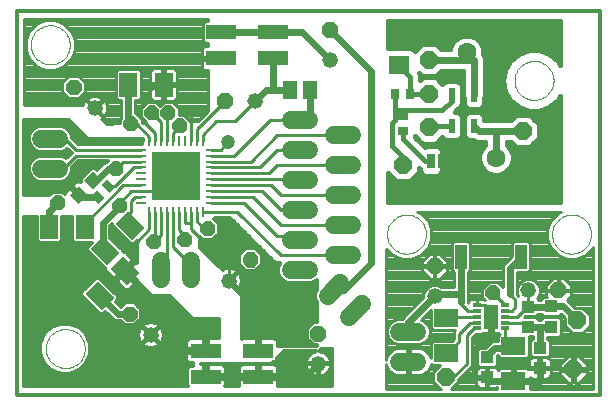
<source format=gtl>
G75*
%MOIN*%
%OFA0B0*%
%FSLAX24Y24*%
%IPPOS*%
%LPD*%
%AMOC8*
5,1,8,0,0,1.08239X$1,22.5*
%
%ADD10C,0.0125*%
%ADD11R,0.0512X0.0591*%
%ADD12R,0.0591X0.0787*%
%ADD13R,0.0276X0.0354*%
%ADD14R,0.0413X0.0425*%
%ADD15R,0.0330X0.0110*%
%ADD16R,0.0110X0.0330*%
%ADD17R,0.1630X0.1630*%
%ADD18R,0.0984X0.0512*%
%ADD19C,0.0104*%
%ADD20C,0.0520*%
%ADD21OC8,0.0520*%
%ADD22C,0.0472*%
%ADD23C,0.0600*%
%ADD24C,0.0000*%
%ADD25R,0.0217X0.0472*%
%ADD26OC8,0.0630*%
%ADD27C,0.0630*%
%ADD28C,0.0126*%
%ADD29OC8,0.0600*%
%ADD30R,0.0354X0.0276*%
%ADD31R,0.0709X0.0630*%
%ADD32R,0.0250X0.0500*%
%ADD33R,0.0280X0.0120*%
%ADD34R,0.0470X0.0790*%
%ADD35R,0.0787X0.0591*%
%ADD36R,0.0433X0.0394*%
%ADD37R,0.0394X0.0787*%
%ADD38R,0.0425X0.0413*%
%ADD39C,0.0110*%
%ADD40C,0.0240*%
%ADD41OC8,0.0500*%
%ADD42R,0.0500X0.0500*%
%ADD43C,0.0160*%
D10*
X000653Y001298D02*
X000653Y014098D01*
X020088Y014098D01*
X020088Y001298D01*
X000653Y001298D01*
X000903Y001598D02*
X000903Y007248D01*
X001332Y007248D01*
X001332Y006466D01*
X001404Y006394D01*
X002096Y006394D01*
X002168Y006466D01*
X002168Y007248D01*
X002513Y007248D01*
X002513Y006466D01*
X002585Y006394D01*
X003157Y006394D01*
X003001Y006238D01*
X000903Y006238D01*
X000903Y006361D02*
X003124Y006361D01*
X003001Y006238D02*
X003001Y006137D01*
X003608Y005529D01*
X003608Y005501D01*
X003619Y005460D01*
X003641Y005423D01*
X003890Y005174D01*
X004170Y005453D01*
X004258Y005365D01*
X004346Y005453D01*
X004653Y005147D01*
X004653Y005098D01*
X005153Y004598D01*
X005778Y004598D01*
X006528Y003848D01*
X007403Y003848D01*
X007403Y003199D01*
X007028Y003199D01*
X007028Y003048D01*
X006903Y003048D01*
X006903Y003199D01*
X006452Y003199D01*
X006411Y003188D01*
X006373Y003167D01*
X006343Y003137D01*
X006322Y003100D01*
X006311Y003058D01*
X006311Y002844D01*
X006549Y002844D01*
X006547Y002719D01*
X006311Y002719D01*
X006311Y002504D01*
X006322Y002462D01*
X006343Y002425D01*
X006373Y002395D01*
X006411Y002374D01*
X006452Y002363D01*
X006541Y002363D01*
X006540Y002293D01*
X006423Y002293D01*
X006351Y002222D01*
X006351Y001608D01*
X006361Y001598D01*
X000903Y001598D01*
X000903Y001668D02*
X006351Y001668D01*
X006351Y001792D02*
X000903Y001792D01*
X000903Y001915D02*
X006351Y001915D01*
X006351Y002039D02*
X002470Y002039D01*
X002443Y002028D02*
X002749Y002155D01*
X002749Y002155D01*
X002984Y002389D01*
X003110Y002695D01*
X003110Y003026D01*
X002984Y003332D01*
X002749Y003566D01*
X002443Y003693D01*
X002112Y003693D01*
X001806Y003566D01*
X001572Y003332D01*
X001445Y003026D01*
X001445Y002695D01*
X001572Y002389D01*
X001572Y002389D01*
X001806Y002155D01*
X002112Y002028D01*
X002320Y002028D01*
X002443Y002028D01*
X002443Y002028D01*
X002757Y002162D02*
X006351Y002162D01*
X006415Y002286D02*
X002881Y002286D01*
X002984Y002389D02*
X002984Y002389D01*
X002992Y002409D02*
X006359Y002409D01*
X006311Y002533D02*
X003043Y002533D01*
X003094Y002656D02*
X006311Y002656D01*
X006548Y002780D02*
X003110Y002780D01*
X003110Y002903D02*
X005006Y002903D01*
X005033Y002895D02*
X005098Y002884D01*
X005165Y002884D01*
X005230Y002895D01*
X005294Y002915D01*
X005353Y002946D01*
X005407Y002985D01*
X005418Y002996D01*
X005131Y003282D01*
X004845Y002996D01*
X004856Y002985D01*
X004910Y002946D01*
X004969Y002915D01*
X005033Y002895D01*
X004876Y003027D02*
X004827Y003027D01*
X004820Y003021D02*
X005107Y003307D01*
X004820Y003593D01*
X004809Y003582D01*
X004770Y003528D01*
X004740Y003469D01*
X004719Y003406D01*
X004709Y003340D01*
X004709Y003274D01*
X003008Y003274D01*
X002984Y003332D02*
X002984Y003332D01*
X002918Y003397D02*
X004718Y003397D01*
X004709Y003274D02*
X004719Y003208D01*
X004740Y003145D01*
X004770Y003085D01*
X004809Y003032D01*
X004820Y003021D01*
X004814Y003027D02*
X003110Y003027D01*
X003059Y003150D02*
X004738Y003150D01*
X004950Y003150D02*
X005000Y003150D01*
X005074Y003274D02*
X005123Y003274D01*
X005131Y003282D02*
X005107Y003307D01*
X005131Y003332D01*
X004845Y003618D01*
X004856Y003629D01*
X004910Y003668D01*
X004969Y003698D01*
X005033Y003719D01*
X005098Y003729D01*
X005165Y003729D01*
X005230Y003719D01*
X005294Y003698D01*
X005353Y003668D01*
X005407Y003629D01*
X005418Y003618D01*
X005131Y003332D01*
X005156Y003307D01*
X005443Y003593D01*
X005454Y003582D01*
X005493Y003528D01*
X005523Y003469D01*
X005544Y003406D01*
X005554Y003340D01*
X005554Y003274D01*
X007403Y003274D01*
X007403Y003397D02*
X005545Y003397D01*
X005554Y003274D02*
X005544Y003208D01*
X005523Y003145D01*
X005493Y003085D01*
X005454Y003032D01*
X005443Y003021D01*
X005156Y003307D01*
X005131Y003282D01*
X005140Y003274D02*
X005189Y003274D01*
X005197Y003397D02*
X005247Y003397D01*
X005321Y003521D02*
X005370Y003521D01*
X005386Y003644D02*
X007403Y003644D01*
X007403Y003521D02*
X005497Y003521D01*
X005066Y003397D02*
X005016Y003397D01*
X004942Y003521D02*
X004893Y003521D01*
X004877Y003644D02*
X004596Y003644D01*
X004583Y003632D02*
X004807Y003856D01*
X004807Y004172D01*
X004583Y004397D01*
X004266Y004397D01*
X004127Y004257D01*
X003959Y004424D01*
X004032Y004498D01*
X004032Y004599D01*
X003404Y005228D01*
X003302Y005228D01*
X002813Y004738D01*
X002813Y004637D01*
X003442Y004008D01*
X003543Y004008D01*
X003616Y004081D01*
X003821Y003877D01*
X003889Y003808D01*
X003978Y003772D01*
X004126Y003772D01*
X004266Y003632D01*
X004583Y003632D01*
X004719Y003768D02*
X007403Y003768D01*
X008153Y003768D02*
X010653Y003768D01*
X010653Y003730D02*
X010557Y003730D01*
X010333Y003506D01*
X010333Y003190D01*
X010557Y002965D01*
X010653Y002965D01*
X010653Y002948D01*
X009370Y002948D01*
X009370Y003058D01*
X009359Y003100D01*
X009338Y003137D01*
X009307Y003167D01*
X009270Y003188D01*
X009229Y003199D01*
X008778Y003199D01*
X008778Y002948D01*
X008653Y002948D01*
X008653Y003199D01*
X008202Y003199D01*
X008161Y003188D01*
X008153Y003184D01*
X008153Y004848D01*
X008100Y004901D01*
X008128Y004957D01*
X008149Y005020D01*
X008159Y005086D01*
X008159Y005153D01*
X008149Y005218D01*
X008128Y005282D01*
X008098Y005341D01*
X008059Y005395D01*
X008048Y005406D01*
X007822Y005179D01*
X007797Y005204D01*
X008023Y005431D01*
X008012Y005442D01*
X007958Y005481D01*
X007899Y005511D01*
X007836Y005531D01*
X007770Y005542D01*
X007704Y005542D01*
X007638Y005531D01*
X007575Y005511D01*
X007519Y005482D01*
X006778Y006223D01*
X006778Y006571D01*
X006874Y006475D01*
X007182Y006475D01*
X007400Y006694D01*
X007400Y007002D01*
X007229Y007174D01*
X007278Y007223D01*
X007778Y007223D01*
X009278Y005723D01*
X009443Y005723D01*
X009432Y005712D01*
X009368Y005557D01*
X009368Y005389D01*
X009432Y005234D01*
X009551Y005115D01*
X009706Y005050D01*
X010474Y005050D01*
X010630Y005115D01*
X010653Y005138D01*
X010653Y004821D01*
X010602Y004698D01*
X010602Y004530D01*
X010653Y004408D01*
X010653Y003730D01*
X010653Y003891D02*
X008153Y003891D01*
X008153Y004015D02*
X010653Y004015D01*
X010653Y004138D02*
X008153Y004138D01*
X008153Y004262D02*
X010653Y004262D01*
X010653Y004385D02*
X008153Y004385D01*
X008153Y004509D02*
X010611Y004509D01*
X010602Y004632D02*
X008153Y004632D01*
X008153Y004756D02*
X010626Y004756D01*
X010653Y004879D02*
X008121Y004879D01*
X008143Y005003D02*
X010653Y005003D01*
X010641Y005126D02*
X010653Y005126D01*
X009539Y005126D02*
X008159Y005126D01*
X008139Y005250D02*
X009425Y005250D01*
X009374Y005373D02*
X008074Y005373D01*
X008016Y005373D02*
X007966Y005373D01*
X007926Y005497D02*
X008233Y005497D01*
X008286Y005444D02*
X008602Y005444D01*
X008826Y005668D01*
X008826Y005985D01*
X008602Y006209D01*
X008286Y006209D01*
X008061Y005985D01*
X008061Y005668D01*
X008286Y005444D01*
X008109Y005620D02*
X007380Y005620D01*
X007504Y005497D02*
X007547Y005497D01*
X007843Y005250D02*
X007892Y005250D01*
X008061Y005744D02*
X007257Y005744D01*
X007133Y005867D02*
X008061Y005867D01*
X008067Y005991D02*
X007010Y005991D01*
X006886Y006114D02*
X008191Y006114D01*
X008516Y006485D02*
X007192Y006485D01*
X007315Y006608D02*
X008392Y006608D01*
X008269Y006732D02*
X007400Y006732D01*
X007400Y006855D02*
X008145Y006855D01*
X008022Y006979D02*
X007400Y006979D01*
X007300Y007102D02*
X007898Y007102D01*
X008639Y006361D02*
X006778Y006361D01*
X006778Y006238D02*
X008763Y006238D01*
X008697Y006114D02*
X008886Y006114D01*
X008820Y005991D02*
X009010Y005991D01*
X009133Y005867D02*
X008826Y005867D01*
X008826Y005744D02*
X009257Y005744D01*
X009394Y005620D02*
X008779Y005620D01*
X008655Y005497D02*
X009368Y005497D01*
X010471Y003644D02*
X008153Y003644D01*
X008153Y003521D02*
X010347Y003521D01*
X010333Y003397D02*
X008153Y003397D01*
X008153Y003274D02*
X010333Y003274D01*
X010372Y003150D02*
X009324Y003150D01*
X009370Y003027D02*
X010495Y003027D01*
X010616Y002760D02*
X010553Y002739D01*
X010494Y002709D01*
X010440Y002670D01*
X010393Y002623D01*
X010354Y002569D01*
X010324Y002510D01*
X010303Y002447D01*
X010293Y002381D01*
X010293Y002365D01*
X010698Y002365D01*
X010698Y002330D01*
X010733Y002330D01*
X010733Y001925D01*
X010749Y001925D01*
X010814Y001936D01*
X010878Y001956D01*
X010937Y001987D01*
X010991Y002026D01*
X011038Y002073D01*
X011077Y002127D01*
X011107Y002186D01*
X011127Y002249D01*
X011138Y002315D01*
X011138Y002330D01*
X010733Y002330D01*
X010733Y002365D01*
X011138Y002365D01*
X011138Y002381D01*
X011127Y002447D01*
X011107Y002510D01*
X011077Y002569D01*
X011038Y002623D01*
X010991Y002670D01*
X010937Y002709D01*
X010878Y002739D01*
X010814Y002760D01*
X010749Y002770D01*
X010737Y002770D01*
X010815Y002848D01*
X011153Y002848D01*
X011153Y001598D01*
X009359Y001598D01*
X009370Y001638D01*
X009370Y001852D01*
X008778Y001852D01*
X008778Y001977D01*
X009370Y001977D01*
X009370Y002192D01*
X009359Y002234D01*
X009338Y002271D01*
X009307Y002301D01*
X009270Y002322D01*
X009229Y002333D01*
X008778Y002333D01*
X008778Y001977D01*
X008653Y001977D01*
X008653Y001852D01*
X008061Y001852D01*
X008061Y001638D01*
X008071Y001598D01*
X007609Y001598D01*
X007620Y001638D01*
X007620Y001852D01*
X007028Y001852D01*
X007028Y001977D01*
X007620Y001977D01*
X007620Y002192D01*
X007609Y002234D01*
X007588Y002271D01*
X007557Y002301D01*
X007520Y002322D01*
X007479Y002333D01*
X007028Y002333D01*
X007028Y001977D01*
X006903Y001977D01*
X006903Y002333D01*
X006803Y002333D01*
X006803Y002348D01*
X009153Y002348D01*
X009208Y002403D01*
X009258Y002403D01*
X009330Y002474D01*
X009330Y002525D01*
X009568Y002763D01*
X010635Y002763D01*
X010616Y002760D01*
X010747Y002780D02*
X011153Y002780D01*
X011153Y002656D02*
X011004Y002656D01*
X011095Y002533D02*
X011153Y002533D01*
X011153Y002409D02*
X011133Y002409D01*
X011133Y002286D02*
X011153Y002286D01*
X011153Y002162D02*
X011095Y002162D01*
X011153Y002039D02*
X011004Y002039D01*
X011153Y001915D02*
X008778Y001915D01*
X008778Y002039D02*
X008653Y002039D01*
X008653Y001977D02*
X008653Y002333D01*
X008202Y002333D01*
X008161Y002322D01*
X008123Y002301D01*
X008093Y002271D01*
X008072Y002234D01*
X008061Y002192D01*
X008061Y001977D01*
X008653Y001977D01*
X008653Y001915D02*
X007028Y001915D01*
X007028Y002039D02*
X006903Y002039D01*
X006903Y002162D02*
X007028Y002162D01*
X007028Y002286D02*
X006903Y002286D01*
X007572Y002286D02*
X008109Y002286D01*
X008061Y002162D02*
X007620Y002162D01*
X007620Y002039D02*
X008061Y002039D01*
X008061Y001792D02*
X007620Y001792D01*
X007620Y001668D02*
X008061Y001668D01*
X008653Y002162D02*
X008778Y002162D01*
X008778Y002286D02*
X008653Y002286D01*
X009265Y002409D02*
X010297Y002409D01*
X010293Y002330D02*
X010293Y002315D01*
X010303Y002249D01*
X010324Y002186D01*
X010354Y002127D01*
X010393Y002073D01*
X010440Y002026D01*
X010494Y001987D01*
X010553Y001956D01*
X010616Y001936D01*
X010682Y001925D01*
X010698Y001925D01*
X010698Y002330D01*
X010293Y002330D01*
X010297Y002286D02*
X009322Y002286D01*
X009370Y002162D02*
X010336Y002162D01*
X010427Y002039D02*
X009370Y002039D01*
X009370Y001792D02*
X011153Y001792D01*
X011153Y001668D02*
X009370Y001668D01*
X009338Y002533D02*
X010335Y002533D01*
X010426Y002656D02*
X009461Y002656D01*
X008778Y003027D02*
X008653Y003027D01*
X008653Y003150D02*
X008778Y003150D01*
X007028Y003150D02*
X006903Y003150D01*
X006357Y003150D02*
X005525Y003150D01*
X005449Y003027D02*
X006311Y003027D01*
X006311Y002903D02*
X005257Y002903D01*
X005387Y003027D02*
X005436Y003027D01*
X005313Y003150D02*
X005263Y003150D01*
X004766Y003521D02*
X002795Y003521D01*
X002749Y003566D02*
X002749Y003566D01*
X002561Y003644D02*
X004253Y003644D01*
X004129Y003768D02*
X000903Y003768D01*
X000903Y003891D02*
X003806Y003891D01*
X003683Y004015D02*
X003550Y004015D01*
X003435Y004015D02*
X000903Y004015D01*
X000903Y004138D02*
X003311Y004138D01*
X003188Y004262D02*
X000903Y004262D01*
X000903Y004385D02*
X003064Y004385D01*
X002941Y004509D02*
X000903Y004509D01*
X000903Y004632D02*
X002817Y004632D01*
X002831Y004756D02*
X000903Y004756D01*
X000903Y004879D02*
X002954Y004879D01*
X003078Y005003D02*
X000903Y005003D01*
X000903Y005126D02*
X003201Y005126D01*
X003505Y005126D02*
X004020Y005126D01*
X003978Y005085D02*
X004228Y004836D01*
X004265Y004814D01*
X004306Y004803D01*
X004349Y004803D01*
X004390Y004814D01*
X004427Y004836D01*
X004607Y005016D01*
X004258Y005365D01*
X003978Y005085D01*
X004061Y005003D02*
X003629Y005003D01*
X003752Y004879D02*
X004184Y004879D01*
X004471Y004879D02*
X004871Y004879D01*
X004995Y004756D02*
X003876Y004756D01*
X003999Y004632D02*
X005118Y004632D01*
X004748Y005003D02*
X004594Y005003D01*
X004653Y005126D02*
X004496Y005126D01*
X004549Y005250D02*
X004373Y005250D01*
X004426Y005373D02*
X004267Y005373D01*
X004249Y005373D02*
X004090Y005373D01*
X004143Y005250D02*
X003967Y005250D01*
X003814Y005250D02*
X000903Y005250D01*
X000903Y005373D02*
X003690Y005373D01*
X003609Y005497D02*
X000903Y005497D01*
X000903Y005620D02*
X003517Y005620D01*
X003393Y005744D02*
X000903Y005744D01*
X000903Y005867D02*
X003270Y005867D01*
X003146Y005991D02*
X000903Y005991D01*
X000903Y006114D02*
X003023Y006114D01*
X002513Y006485D02*
X002168Y006485D01*
X002168Y006608D02*
X002513Y006608D01*
X002513Y006732D02*
X002168Y006732D01*
X002168Y006855D02*
X002513Y006855D01*
X002513Y006979D02*
X002168Y006979D01*
X002168Y007102D02*
X002513Y007102D01*
X002513Y007226D02*
X002168Y007226D01*
X001332Y007226D02*
X000903Y007226D01*
X000903Y007102D02*
X001332Y007102D01*
X001332Y006979D02*
X000903Y006979D01*
X000903Y006855D02*
X001332Y006855D01*
X001332Y006732D02*
X000903Y006732D01*
X000903Y006608D02*
X001332Y006608D01*
X001332Y006485D02*
X000903Y006485D01*
X000903Y007973D02*
X000903Y010473D01*
X002403Y010473D01*
X003028Y009848D01*
X004853Y009848D01*
X004850Y009665D01*
X002711Y009665D01*
X002500Y009876D01*
X002500Y009932D01*
X002436Y010087D01*
X002317Y010206D01*
X002162Y010270D01*
X001394Y010270D01*
X001239Y010206D01*
X001120Y010087D01*
X001055Y009932D01*
X001055Y009764D01*
X001120Y009609D01*
X001239Y009490D01*
X001394Y009425D01*
X002162Y009425D01*
X002317Y009490D01*
X002351Y009524D01*
X002487Y009388D01*
X002309Y009210D01*
X002162Y009270D01*
X001394Y009270D01*
X001239Y009206D01*
X001120Y009087D01*
X001055Y008932D01*
X001055Y008764D01*
X001120Y008609D01*
X001239Y008490D01*
X001394Y008425D01*
X002162Y008425D01*
X002317Y008490D01*
X002436Y008609D01*
X002500Y008764D01*
X002500Y008899D01*
X002711Y009110D01*
X003701Y009110D01*
X003681Y009090D01*
X003667Y009090D01*
X003578Y009054D01*
X003333Y008808D01*
X003256Y008886D01*
X003154Y008886D01*
X002790Y008521D01*
X002790Y008422D01*
X002780Y008427D01*
X002739Y008438D01*
X002696Y008438D01*
X002655Y008427D01*
X002618Y008406D01*
X002485Y008273D01*
X002722Y008037D01*
X002664Y007979D01*
X002428Y008216D01*
X002295Y008083D01*
X002274Y008046D01*
X002265Y008013D01*
X002182Y008095D01*
X001874Y008095D01*
X001751Y007973D01*
X000903Y007973D01*
X000903Y008090D02*
X001869Y008090D01*
X002187Y008090D02*
X002302Y008090D01*
X002426Y008214D02*
X000903Y008214D01*
X000903Y008337D02*
X002549Y008337D01*
X002545Y008214D02*
X002429Y008214D01*
X002553Y008090D02*
X002668Y008090D01*
X002790Y008461D02*
X002248Y008461D01*
X002412Y008584D02*
X002853Y008584D01*
X002977Y008708D02*
X002477Y008708D01*
X002500Y008831D02*
X003100Y008831D01*
X003310Y008831D02*
X003356Y008831D01*
X003479Y008955D02*
X002556Y008955D01*
X002679Y009078D02*
X003638Y009078D01*
X002681Y009696D02*
X004850Y009696D01*
X004852Y009819D02*
X002557Y009819D01*
X002496Y009943D02*
X002933Y009943D01*
X002809Y010066D02*
X002445Y010066D01*
X002333Y010190D02*
X002686Y010190D01*
X002562Y010313D02*
X000903Y010313D01*
X000903Y010190D02*
X001222Y010190D01*
X001111Y010066D02*
X000903Y010066D01*
X000903Y009943D02*
X001060Y009943D01*
X001055Y009819D02*
X000903Y009819D01*
X000903Y009696D02*
X001084Y009696D01*
X001156Y009572D02*
X000903Y009572D01*
X000903Y009449D02*
X001337Y009449D01*
X001234Y009202D02*
X000903Y009202D01*
X000903Y009325D02*
X002424Y009325D01*
X002426Y009449D02*
X002219Y009449D01*
X001116Y009078D02*
X000903Y009078D01*
X000903Y008955D02*
X001065Y008955D01*
X001055Y008831D02*
X000903Y008831D01*
X000903Y008708D02*
X001079Y008708D01*
X001144Y008584D02*
X000903Y008584D01*
X000903Y008461D02*
X001308Y008461D01*
X003770Y006935D02*
X003836Y007000D01*
X003836Y006972D01*
X004464Y006343D01*
X004566Y006343D01*
X004653Y006430D01*
X004653Y005706D01*
X004626Y005733D01*
X004346Y005453D01*
X004258Y005541D01*
X004537Y005821D01*
X004288Y006070D01*
X004251Y006092D01*
X004219Y006100D01*
X003770Y006549D01*
X003770Y006935D01*
X003814Y006979D02*
X003836Y006979D01*
X003770Y006855D02*
X003952Y006855D01*
X004076Y006732D02*
X003770Y006732D01*
X003770Y006608D02*
X004199Y006608D01*
X004323Y006485D02*
X003834Y006485D01*
X003958Y006361D02*
X004446Y006361D01*
X004584Y006361D02*
X004653Y006361D01*
X004653Y006238D02*
X004081Y006238D01*
X004205Y006114D02*
X004653Y006114D01*
X004653Y005991D02*
X004367Y005991D01*
X004491Y005867D02*
X004653Y005867D01*
X004653Y005744D02*
X004461Y005744D01*
X004514Y005620D02*
X004337Y005620D01*
X004302Y005497D02*
X004390Y005497D01*
X004032Y004509D02*
X005867Y004509D01*
X005990Y004385D02*
X004594Y004385D01*
X004717Y004262D02*
X006114Y004262D01*
X006237Y004138D02*
X004807Y004138D01*
X004807Y004015D02*
X006361Y004015D01*
X006484Y003891D02*
X004807Y003891D01*
X004255Y004385D02*
X003998Y004385D01*
X004122Y004262D02*
X004131Y004262D01*
X001995Y003644D02*
X000903Y003644D01*
X000903Y003521D02*
X001761Y003521D01*
X001806Y003566D02*
X001806Y003566D01*
X001638Y003397D02*
X000903Y003397D01*
X000903Y003274D02*
X001548Y003274D01*
X001572Y003332D02*
X001572Y003332D01*
X001497Y003150D02*
X000903Y003150D01*
X000903Y003027D02*
X001446Y003027D01*
X001445Y002903D02*
X000903Y002903D01*
X000903Y002780D02*
X001445Y002780D01*
X001461Y002656D02*
X000903Y002656D01*
X000903Y002533D02*
X001512Y002533D01*
X001564Y002409D02*
X000903Y002409D01*
X000903Y002286D02*
X001675Y002286D01*
X001799Y002162D02*
X000903Y002162D01*
X000903Y002039D02*
X002086Y002039D01*
X001806Y002155D02*
X001806Y002155D01*
X006778Y006485D02*
X006864Y006485D01*
X002439Y010437D02*
X000903Y010437D01*
X010698Y002286D02*
X010733Y002286D01*
X010733Y002162D02*
X010698Y002162D01*
X010698Y002039D02*
X010733Y002039D01*
D11*
X010425Y011473D03*
X009756Y011473D03*
D12*
X005556Y011660D03*
X004375Y011660D03*
G36*
X003959Y007022D02*
X004376Y007439D01*
X004931Y006884D01*
X004514Y006467D01*
X003959Y007022D01*
G37*
X002931Y006910D03*
G36*
X003124Y006187D02*
X003541Y006604D01*
X004096Y006049D01*
X003679Y005632D01*
X003124Y006187D01*
G37*
G36*
X003772Y005522D02*
X004189Y005939D01*
X004744Y005384D01*
X004327Y004967D01*
X003772Y005522D01*
G37*
G36*
X002937Y004687D02*
X003354Y005104D01*
X003909Y004549D01*
X003492Y004132D01*
X002937Y004687D01*
G37*
X001750Y006910D03*
D13*
G36*
X003569Y007890D02*
X003374Y007695D01*
X003125Y007944D01*
X003320Y008139D01*
X003569Y007890D01*
G37*
G36*
X003931Y008252D02*
X003736Y008057D01*
X003487Y008306D01*
X003682Y008501D01*
X003931Y008252D01*
G37*
X013272Y011360D03*
X013784Y011360D03*
D14*
G36*
X003504Y008463D02*
X003213Y008172D01*
X002914Y008471D01*
X003205Y008762D01*
X003504Y008463D01*
G37*
G36*
X003017Y007975D02*
X002726Y007684D01*
X002427Y007983D01*
X002718Y008274D01*
X003017Y007975D01*
G37*
D15*
X004795Y007908D03*
X004795Y007708D03*
X004795Y008108D03*
X004795Y008298D03*
X004795Y008498D03*
X004795Y008698D03*
X004795Y008898D03*
X004795Y009088D03*
X004795Y009288D03*
X004795Y009488D03*
X007135Y009488D03*
X007135Y009288D03*
X007135Y009088D03*
X007135Y008898D03*
X007135Y008698D03*
X007135Y008498D03*
X007135Y008298D03*
X007135Y008108D03*
X007135Y007908D03*
X007135Y007708D03*
D16*
X006855Y007428D03*
X006655Y007428D03*
X006455Y007428D03*
X006265Y007428D03*
X006065Y007428D03*
X005865Y007428D03*
X005665Y007428D03*
X005475Y007428D03*
X005275Y007428D03*
X005075Y007428D03*
X005075Y009768D03*
X005275Y009768D03*
X005475Y009768D03*
X005665Y009768D03*
X005865Y009768D03*
X006065Y009768D03*
X006265Y009768D03*
X006455Y009768D03*
X006655Y009768D03*
X006855Y009768D03*
D17*
X005965Y008598D03*
D18*
X007465Y012540D03*
X007465Y013406D03*
X009215Y013406D03*
X009215Y012540D03*
X008715Y002781D03*
X008715Y001915D03*
X006965Y001915D03*
X006965Y002781D03*
D19*
X004390Y004169D02*
X004338Y004221D01*
X004510Y004221D01*
X004631Y004100D01*
X004631Y003928D01*
X004510Y003807D01*
X004338Y003807D01*
X004217Y003928D01*
X004217Y004100D01*
X004338Y004221D01*
X004370Y004143D01*
X004478Y004143D01*
X004553Y004068D01*
X004553Y003960D01*
X004478Y003885D01*
X004370Y003885D01*
X004295Y003960D01*
X004295Y004068D01*
X004370Y004143D01*
X004403Y004065D01*
X004445Y004065D01*
X004475Y004035D01*
X004475Y003993D01*
X004445Y003963D01*
X004403Y003963D01*
X004373Y003993D01*
X004373Y004035D01*
X004403Y004065D01*
X008599Y005861D02*
X008651Y005913D01*
X008651Y005741D01*
X008530Y005620D01*
X008358Y005620D01*
X008237Y005741D01*
X008237Y005913D01*
X008358Y006034D01*
X008530Y006034D01*
X008651Y005913D01*
X008573Y005881D01*
X008573Y005773D01*
X008498Y005698D01*
X008390Y005698D01*
X008315Y005773D01*
X008315Y005881D01*
X008390Y005956D01*
X008498Y005956D01*
X008573Y005881D01*
X008495Y005848D01*
X008495Y005806D01*
X008465Y005776D01*
X008423Y005776D01*
X008393Y005806D01*
X008393Y005848D01*
X008423Y005878D01*
X008465Y005878D01*
X008495Y005848D01*
X002515Y011732D02*
X002463Y011784D01*
X002635Y011784D01*
X002756Y011663D01*
X002756Y011491D01*
X002635Y011370D01*
X002463Y011370D01*
X002342Y011491D01*
X002342Y011663D01*
X002463Y011784D01*
X002495Y011706D01*
X002603Y011706D01*
X002678Y011631D01*
X002678Y011523D01*
X002603Y011448D01*
X002495Y011448D01*
X002420Y011523D01*
X002420Y011631D01*
X002495Y011706D01*
X002528Y011628D01*
X002570Y011628D01*
X002600Y011598D01*
X002600Y011556D01*
X002570Y011526D01*
X002528Y011526D01*
X002498Y011556D01*
X002498Y011598D01*
X002528Y011628D01*
D20*
X003256Y010869D03*
X008590Y011098D03*
X011090Y012473D03*
X007737Y005119D03*
X005131Y003307D03*
X010715Y002348D03*
X014590Y004610D03*
X017715Y004798D03*
D21*
X018715Y004798D03*
X014590Y005610D03*
X010715Y003348D03*
X007590Y011098D03*
X011090Y013473D03*
D22*
X007715Y009748D03*
D23*
X009790Y009473D02*
X010390Y009473D01*
X011240Y009973D02*
X011840Y009973D01*
X011840Y008973D02*
X011240Y008973D01*
X010390Y008473D02*
X009790Y008473D01*
X009790Y007473D02*
X010390Y007473D01*
X011240Y007973D02*
X011840Y007973D01*
X011840Y006973D02*
X011240Y006973D01*
X010390Y006473D02*
X009790Y006473D01*
X009790Y005473D02*
X010390Y005473D01*
X011240Y005973D02*
X011840Y005973D01*
X011449Y005039D02*
X011025Y004614D01*
X011732Y003907D02*
X012156Y004332D01*
X013415Y003423D02*
X014015Y003423D01*
X014015Y002423D02*
X013415Y002423D01*
X006465Y005173D02*
X006465Y005773D01*
X005465Y005773D02*
X005465Y005173D01*
X002078Y008848D02*
X001478Y008848D01*
X001478Y009848D02*
X002078Y009848D01*
X009790Y010473D02*
X010390Y010473D01*
D24*
X013003Y006673D02*
X013005Y006723D01*
X013011Y006773D01*
X013021Y006823D01*
X013034Y006871D01*
X013051Y006919D01*
X013072Y006965D01*
X013096Y007009D01*
X013124Y007051D01*
X013155Y007091D01*
X013189Y007128D01*
X013226Y007163D01*
X013265Y007194D01*
X013306Y007223D01*
X013350Y007248D01*
X013396Y007270D01*
X013443Y007288D01*
X013491Y007302D01*
X013540Y007313D01*
X013590Y007320D01*
X013640Y007323D01*
X013691Y007322D01*
X013741Y007317D01*
X013791Y007308D01*
X013839Y007296D01*
X013887Y007279D01*
X013933Y007259D01*
X013978Y007236D01*
X014021Y007209D01*
X014061Y007179D01*
X014099Y007146D01*
X014134Y007110D01*
X014167Y007071D01*
X014196Y007030D01*
X014222Y006987D01*
X014245Y006942D01*
X014264Y006895D01*
X014279Y006847D01*
X014291Y006798D01*
X014299Y006748D01*
X014303Y006698D01*
X014303Y006648D01*
X014299Y006598D01*
X014291Y006548D01*
X014279Y006499D01*
X014264Y006451D01*
X014245Y006404D01*
X014222Y006359D01*
X014196Y006316D01*
X014167Y006275D01*
X014134Y006236D01*
X014099Y006200D01*
X014061Y006167D01*
X014021Y006137D01*
X013978Y006110D01*
X013933Y006087D01*
X013887Y006067D01*
X013839Y006050D01*
X013791Y006038D01*
X013741Y006029D01*
X013691Y006024D01*
X013640Y006023D01*
X013590Y006026D01*
X013540Y006033D01*
X013491Y006044D01*
X013443Y006058D01*
X013396Y006076D01*
X013350Y006098D01*
X013306Y006123D01*
X013265Y006152D01*
X013226Y006183D01*
X013189Y006218D01*
X013155Y006255D01*
X013124Y006295D01*
X013096Y006337D01*
X013072Y006381D01*
X013051Y006427D01*
X013034Y006475D01*
X013021Y006523D01*
X013011Y006573D01*
X013005Y006623D01*
X013003Y006673D01*
X018503Y006673D02*
X018505Y006723D01*
X018511Y006773D01*
X018521Y006823D01*
X018534Y006871D01*
X018551Y006919D01*
X018572Y006965D01*
X018596Y007009D01*
X018624Y007051D01*
X018655Y007091D01*
X018689Y007128D01*
X018726Y007163D01*
X018765Y007194D01*
X018806Y007223D01*
X018850Y007248D01*
X018896Y007270D01*
X018943Y007288D01*
X018991Y007302D01*
X019040Y007313D01*
X019090Y007320D01*
X019140Y007323D01*
X019191Y007322D01*
X019241Y007317D01*
X019291Y007308D01*
X019339Y007296D01*
X019387Y007279D01*
X019433Y007259D01*
X019478Y007236D01*
X019521Y007209D01*
X019561Y007179D01*
X019599Y007146D01*
X019634Y007110D01*
X019667Y007071D01*
X019696Y007030D01*
X019722Y006987D01*
X019745Y006942D01*
X019764Y006895D01*
X019779Y006847D01*
X019791Y006798D01*
X019799Y006748D01*
X019803Y006698D01*
X019803Y006648D01*
X019799Y006598D01*
X019791Y006548D01*
X019779Y006499D01*
X019764Y006451D01*
X019745Y006404D01*
X019722Y006359D01*
X019696Y006316D01*
X019667Y006275D01*
X019634Y006236D01*
X019599Y006200D01*
X019561Y006167D01*
X019521Y006137D01*
X019478Y006110D01*
X019433Y006087D01*
X019387Y006067D01*
X019339Y006050D01*
X019291Y006038D01*
X019241Y006029D01*
X019191Y006024D01*
X019140Y006023D01*
X019090Y006026D01*
X019040Y006033D01*
X018991Y006044D01*
X018943Y006058D01*
X018896Y006076D01*
X018850Y006098D01*
X018806Y006123D01*
X018765Y006152D01*
X018726Y006183D01*
X018689Y006218D01*
X018655Y006255D01*
X018624Y006295D01*
X018596Y006337D01*
X018572Y006381D01*
X018551Y006427D01*
X018534Y006475D01*
X018521Y006523D01*
X018511Y006573D01*
X018505Y006623D01*
X018503Y006673D01*
X017253Y011798D02*
X017255Y011848D01*
X017261Y011898D01*
X017271Y011948D01*
X017284Y011996D01*
X017301Y012044D01*
X017322Y012090D01*
X017346Y012134D01*
X017374Y012176D01*
X017405Y012216D01*
X017439Y012253D01*
X017476Y012288D01*
X017515Y012319D01*
X017556Y012348D01*
X017600Y012373D01*
X017646Y012395D01*
X017693Y012413D01*
X017741Y012427D01*
X017790Y012438D01*
X017840Y012445D01*
X017890Y012448D01*
X017941Y012447D01*
X017991Y012442D01*
X018041Y012433D01*
X018089Y012421D01*
X018137Y012404D01*
X018183Y012384D01*
X018228Y012361D01*
X018271Y012334D01*
X018311Y012304D01*
X018349Y012271D01*
X018384Y012235D01*
X018417Y012196D01*
X018446Y012155D01*
X018472Y012112D01*
X018495Y012067D01*
X018514Y012020D01*
X018529Y011972D01*
X018541Y011923D01*
X018549Y011873D01*
X018553Y011823D01*
X018553Y011773D01*
X018549Y011723D01*
X018541Y011673D01*
X018529Y011624D01*
X018514Y011576D01*
X018495Y011529D01*
X018472Y011484D01*
X018446Y011441D01*
X018417Y011400D01*
X018384Y011361D01*
X018349Y011325D01*
X018311Y011292D01*
X018271Y011262D01*
X018228Y011235D01*
X018183Y011212D01*
X018137Y011192D01*
X018089Y011175D01*
X018041Y011163D01*
X017991Y011154D01*
X017941Y011149D01*
X017890Y011148D01*
X017840Y011151D01*
X017790Y011158D01*
X017741Y011169D01*
X017693Y011183D01*
X017646Y011201D01*
X017600Y011223D01*
X017556Y011248D01*
X017515Y011277D01*
X017476Y011308D01*
X017439Y011343D01*
X017405Y011380D01*
X017374Y011420D01*
X017346Y011462D01*
X017322Y011506D01*
X017301Y011552D01*
X017284Y011600D01*
X017271Y011648D01*
X017261Y011698D01*
X017255Y011748D01*
X017253Y011798D01*
X001628Y002860D02*
X001630Y002910D01*
X001636Y002960D01*
X001646Y003010D01*
X001659Y003058D01*
X001676Y003106D01*
X001697Y003152D01*
X001721Y003196D01*
X001749Y003238D01*
X001780Y003278D01*
X001814Y003315D01*
X001851Y003350D01*
X001890Y003381D01*
X001931Y003410D01*
X001975Y003435D01*
X002021Y003457D01*
X002068Y003475D01*
X002116Y003489D01*
X002165Y003500D01*
X002215Y003507D01*
X002265Y003510D01*
X002316Y003509D01*
X002366Y003504D01*
X002416Y003495D01*
X002464Y003483D01*
X002512Y003466D01*
X002558Y003446D01*
X002603Y003423D01*
X002646Y003396D01*
X002686Y003366D01*
X002724Y003333D01*
X002759Y003297D01*
X002792Y003258D01*
X002821Y003217D01*
X002847Y003174D01*
X002870Y003129D01*
X002889Y003082D01*
X002904Y003034D01*
X002916Y002985D01*
X002924Y002935D01*
X002928Y002885D01*
X002928Y002835D01*
X002924Y002785D01*
X002916Y002735D01*
X002904Y002686D01*
X002889Y002638D01*
X002870Y002591D01*
X002847Y002546D01*
X002821Y002503D01*
X002792Y002462D01*
X002759Y002423D01*
X002724Y002387D01*
X002686Y002354D01*
X002646Y002324D01*
X002603Y002297D01*
X002558Y002274D01*
X002512Y002254D01*
X002464Y002237D01*
X002416Y002225D01*
X002366Y002216D01*
X002316Y002211D01*
X002265Y002210D01*
X002215Y002213D01*
X002165Y002220D01*
X002116Y002231D01*
X002068Y002245D01*
X002021Y002263D01*
X001975Y002285D01*
X001931Y002310D01*
X001890Y002339D01*
X001851Y002370D01*
X001814Y002405D01*
X001780Y002442D01*
X001749Y002482D01*
X001721Y002524D01*
X001697Y002568D01*
X001676Y002614D01*
X001659Y002662D01*
X001646Y002710D01*
X001636Y002760D01*
X001630Y002810D01*
X001628Y002860D01*
X001128Y012985D02*
X001130Y013035D01*
X001136Y013085D01*
X001146Y013135D01*
X001159Y013183D01*
X001176Y013231D01*
X001197Y013277D01*
X001221Y013321D01*
X001249Y013363D01*
X001280Y013403D01*
X001314Y013440D01*
X001351Y013475D01*
X001390Y013506D01*
X001431Y013535D01*
X001475Y013560D01*
X001521Y013582D01*
X001568Y013600D01*
X001616Y013614D01*
X001665Y013625D01*
X001715Y013632D01*
X001765Y013635D01*
X001816Y013634D01*
X001866Y013629D01*
X001916Y013620D01*
X001964Y013608D01*
X002012Y013591D01*
X002058Y013571D01*
X002103Y013548D01*
X002146Y013521D01*
X002186Y013491D01*
X002224Y013458D01*
X002259Y013422D01*
X002292Y013383D01*
X002321Y013342D01*
X002347Y013299D01*
X002370Y013254D01*
X002389Y013207D01*
X002404Y013159D01*
X002416Y013110D01*
X002424Y013060D01*
X002428Y013010D01*
X002428Y012960D01*
X002424Y012910D01*
X002416Y012860D01*
X002404Y012811D01*
X002389Y012763D01*
X002370Y012716D01*
X002347Y012671D01*
X002321Y012628D01*
X002292Y012587D01*
X002259Y012548D01*
X002224Y012512D01*
X002186Y012479D01*
X002146Y012449D01*
X002103Y012422D01*
X002058Y012399D01*
X002012Y012379D01*
X001964Y012362D01*
X001916Y012350D01*
X001866Y012341D01*
X001816Y012336D01*
X001765Y012335D01*
X001715Y012338D01*
X001665Y012345D01*
X001616Y012356D01*
X001568Y012370D01*
X001521Y012388D01*
X001475Y012410D01*
X001431Y012435D01*
X001390Y012464D01*
X001351Y012495D01*
X001314Y012530D01*
X001280Y012567D01*
X001249Y012607D01*
X001221Y012649D01*
X001197Y012693D01*
X001176Y012739D01*
X001159Y012787D01*
X001146Y012835D01*
X001136Y012885D01*
X001130Y012935D01*
X001128Y012985D01*
D25*
X015154Y011310D03*
X015902Y011310D03*
X015902Y010286D03*
X015528Y010286D03*
X015154Y010286D03*
D26*
X016653Y012735D03*
D27*
X015653Y012735D03*
X016631Y009214D03*
D28*
X015736Y008466D02*
X015673Y008403D01*
X015673Y008611D01*
X015820Y008758D01*
X016028Y008758D01*
X016175Y008611D01*
X016175Y008403D01*
X016028Y008256D01*
X015820Y008256D01*
X015673Y008403D01*
X015768Y008442D01*
X015768Y008572D01*
X015859Y008663D01*
X015989Y008663D01*
X016080Y008572D01*
X016080Y008442D01*
X015989Y008351D01*
X015859Y008351D01*
X015768Y008442D01*
X015862Y008481D01*
X015862Y008533D01*
X015898Y008569D01*
X015950Y008569D01*
X015986Y008533D01*
X015986Y008481D01*
X015950Y008445D01*
X015898Y008445D01*
X015862Y008481D01*
D29*
X017528Y010110D03*
X016715Y011048D03*
X014403Y011360D03*
X014403Y010235D03*
X013528Y008985D03*
X014403Y012485D03*
X019340Y003798D03*
X019215Y002173D03*
X014965Y001923D03*
D30*
X013528Y010105D03*
X013528Y010616D03*
D31*
X013403Y012309D03*
X013403Y013412D03*
D32*
X014476Y009110D03*
X014830Y009110D03*
D33*
X015995Y004313D03*
X015995Y004123D03*
X015995Y003923D03*
X015995Y003723D03*
X015995Y003533D03*
X016935Y003533D03*
X016935Y003723D03*
X016935Y003923D03*
X016935Y004123D03*
X016935Y004313D03*
D34*
X016465Y003923D03*
D35*
X017215Y002951D03*
X017215Y001770D03*
X014965Y002707D03*
X014965Y003889D03*
D36*
X016340Y002570D03*
X016340Y001901D03*
X018090Y002213D03*
X018090Y002883D03*
X017715Y003588D03*
X017715Y004258D03*
D37*
X017465Y005923D03*
X015465Y005923D03*
D38*
X018465Y004267D03*
X018465Y003578D03*
D39*
X018456Y003588D01*
X018793Y003576D02*
X018975Y003576D01*
X018925Y003626D02*
X019168Y003383D01*
X019512Y003383D01*
X019755Y003626D01*
X019755Y003970D01*
X019512Y004213D01*
X019258Y004213D01*
X018988Y004483D01*
X019130Y004626D01*
X019130Y004773D01*
X018740Y004773D01*
X018740Y004823D01*
X018690Y004823D01*
X018690Y004773D01*
X018300Y004773D01*
X018300Y004626D01*
X018337Y004589D01*
X018205Y004589D01*
X018138Y004522D01*
X018138Y004493D01*
X018047Y004493D01*
X018047Y004502D01*
X017998Y004551D01*
X018033Y004586D01*
X018090Y004723D01*
X018090Y004873D01*
X018033Y005010D01*
X017928Y005116D01*
X017790Y005173D01*
X017641Y005173D01*
X017503Y005116D01*
X017397Y005010D01*
X017340Y004873D01*
X017340Y004723D01*
X017383Y004621D01*
X017348Y004655D01*
X017325Y004678D01*
X017325Y005414D01*
X017710Y005414D01*
X017777Y005482D01*
X017777Y006364D01*
X017710Y006432D01*
X017221Y006432D01*
X017154Y006364D01*
X017154Y005943D01*
X016993Y005783D01*
X016855Y005645D01*
X016855Y004909D01*
X016692Y005072D01*
X016390Y005072D01*
X016176Y004859D01*
X016176Y004556D01*
X016259Y004473D01*
X016255Y004473D01*
X016231Y004497D01*
X016195Y004517D01*
X016156Y004528D01*
X015995Y004528D01*
X015835Y004528D01*
X015796Y004517D01*
X015760Y004497D01*
X015731Y004468D01*
X015711Y004433D01*
X015700Y004393D01*
X015700Y004366D01*
X015700Y005414D01*
X015710Y005414D01*
X015777Y005482D01*
X015777Y006364D01*
X015710Y006432D01*
X015221Y006432D01*
X015154Y006364D01*
X015154Y005482D01*
X015221Y005414D01*
X015230Y005414D01*
X015230Y004908D01*
X014823Y004908D01*
X014803Y004928D01*
X014665Y004985D01*
X014516Y004985D01*
X014378Y004928D01*
X014272Y004823D01*
X014215Y004685D01*
X014215Y004568D01*
X013486Y003838D01*
X013333Y003838D01*
X013180Y003775D01*
X013064Y003658D01*
X013000Y003506D01*
X013000Y003340D01*
X013064Y003188D01*
X013180Y003071D01*
X013333Y003008D01*
X014098Y003008D01*
X014250Y003071D01*
X014367Y003188D01*
X014430Y003340D01*
X014430Y003506D01*
X014367Y003658D01*
X014250Y003775D01*
X014135Y003823D01*
X014457Y004144D01*
X014457Y003546D01*
X014524Y003478D01*
X015280Y003478D01*
X015233Y003431D01*
X015233Y003181D01*
X015170Y003118D01*
X014524Y003118D01*
X014457Y003050D01*
X014457Y002537D01*
X014437Y002598D01*
X014405Y002661D01*
X014362Y002719D01*
X014312Y002770D01*
X014254Y002812D01*
X014190Y002845D01*
X014122Y002867D01*
X014051Y002878D01*
X013760Y002878D01*
X013760Y002468D01*
X013670Y002468D01*
X013670Y002878D01*
X013380Y002878D01*
X013309Y002867D01*
X013241Y002845D01*
X013177Y002812D01*
X013119Y002770D01*
X013068Y002719D01*
X013026Y002661D01*
X012994Y002598D01*
X012972Y002529D01*
X012965Y002490D01*
X012965Y006194D01*
X013186Y005974D01*
X013489Y005848D01*
X013817Y005848D01*
X014120Y005974D01*
X014120Y005974D01*
X014352Y006206D01*
X014478Y006509D01*
X014478Y006837D01*
X014352Y007140D01*
X014352Y007140D01*
X014120Y007372D01*
X013998Y007423D01*
X018808Y007423D01*
X018686Y007372D01*
X018453Y007140D01*
X018328Y006837D01*
X018328Y006509D01*
X018453Y006206D01*
X018453Y006206D01*
X018686Y005974D01*
X018989Y005848D01*
X019317Y005848D01*
X019620Y005974D01*
X019620Y005974D01*
X019852Y006206D01*
X019870Y006249D01*
X019870Y001515D01*
X017764Y001515D01*
X017764Y001715D01*
X017270Y001715D01*
X017270Y001825D01*
X017160Y001825D01*
X017160Y002220D01*
X016801Y002220D01*
X016762Y002210D01*
X016727Y002189D01*
X016699Y002162D01*
X016681Y002193D01*
X016652Y002222D01*
X016617Y002242D01*
X016577Y002253D01*
X016384Y002253D01*
X016384Y001944D01*
X016297Y001944D01*
X016297Y001857D01*
X016384Y001857D01*
X016384Y001549D01*
X016577Y001549D01*
X016617Y001560D01*
X016652Y001580D01*
X016667Y001595D01*
X016667Y001515D01*
X015145Y001515D01*
X015380Y001751D01*
X015380Y001848D01*
X015385Y001853D01*
X015823Y002290D01*
X015823Y003228D01*
X015953Y003358D01*
X016183Y003358D01*
X016201Y003375D01*
X016210Y003373D01*
X016410Y003373D01*
X016410Y003868D01*
X016520Y003868D01*
X016520Y003373D01*
X016721Y003373D01*
X016730Y003375D01*
X016748Y003358D01*
X016765Y003358D01*
X016765Y003353D01*
X016707Y003294D01*
X016707Y003124D01*
X016499Y003124D01*
X016361Y002986D01*
X016361Y002986D01*
X016257Y002882D01*
X016076Y002882D01*
X016009Y002815D01*
X016009Y002326D01*
X016076Y002258D01*
X016605Y002258D01*
X016672Y002326D01*
X016672Y002632D01*
X016694Y002654D01*
X016707Y002654D01*
X016707Y002608D01*
X016774Y002541D01*
X017657Y002541D01*
X017724Y002608D01*
X017724Y003276D01*
X017855Y003276D01*
X017855Y003194D01*
X017826Y003194D01*
X017759Y003127D01*
X017759Y002638D01*
X017826Y002571D01*
X018355Y002571D01*
X018422Y002638D01*
X018422Y003127D01*
X018355Y003194D01*
X018325Y003194D01*
X018325Y003257D01*
X018726Y003257D01*
X018793Y003324D01*
X018793Y003833D01*
X018726Y003900D01*
X018205Y003900D01*
X018138Y003833D01*
X018138Y003823D01*
X018047Y003823D01*
X018047Y003833D01*
X017980Y003900D01*
X017558Y003900D01*
X017604Y003946D01*
X017980Y003946D01*
X018047Y004013D01*
X018047Y004023D01*
X018138Y004023D01*
X018138Y004013D01*
X018205Y003946D01*
X018726Y003946D01*
X018793Y004013D01*
X018925Y003881D01*
X018925Y003626D01*
X018925Y003685D02*
X018793Y003685D01*
X018793Y003793D02*
X018925Y003793D01*
X018904Y003902D02*
X017560Y003902D01*
X017581Y003723D02*
X017715Y003588D01*
X017581Y003723D02*
X016935Y003723D01*
X016935Y003533D02*
X016935Y002889D01*
X016903Y002889D01*
X016707Y003142D02*
X015823Y003142D01*
X015823Y003034D02*
X016409Y003034D01*
X016301Y002925D02*
X015823Y002925D01*
X015823Y002817D02*
X016011Y002817D01*
X016009Y002708D02*
X015823Y002708D01*
X015823Y002600D02*
X016009Y002600D01*
X016009Y002491D02*
X015823Y002491D01*
X015823Y002383D02*
X016009Y002383D01*
X016060Y002274D02*
X015807Y002274D01*
X015699Y002166D02*
X015984Y002166D01*
X015979Y002157D02*
X015969Y002118D01*
X015969Y001944D01*
X016297Y001944D01*
X016297Y002253D01*
X016103Y002253D01*
X016064Y002242D01*
X016029Y002222D01*
X016000Y002193D01*
X015979Y002157D01*
X015969Y002057D02*
X015590Y002057D01*
X015482Y001949D02*
X015969Y001949D01*
X015969Y001857D02*
X015969Y001684D01*
X015979Y001644D01*
X016000Y001609D01*
X016029Y001580D01*
X016064Y001560D01*
X016103Y001549D01*
X016297Y001549D01*
X016297Y001857D01*
X015969Y001857D01*
X015969Y001840D02*
X015380Y001840D01*
X015361Y001732D02*
X015969Y001732D01*
X015991Y001623D02*
X015253Y001623D01*
X015215Y001923D02*
X014965Y001923D01*
X015215Y001923D02*
X015653Y002360D01*
X015653Y003298D01*
X015888Y003533D01*
X015995Y003533D01*
X015995Y003723D02*
X015765Y003723D01*
X015403Y003360D01*
X015403Y003110D01*
X015153Y002860D01*
X015118Y002860D01*
X014965Y002707D01*
X015194Y003142D02*
X014322Y003142D01*
X014393Y003251D02*
X015233Y003251D01*
X015233Y003359D02*
X014430Y003359D01*
X014430Y003468D02*
X015270Y003468D01*
X014965Y003889D02*
X015000Y003923D01*
X015995Y003923D01*
X015995Y004123D02*
X015703Y004123D01*
X015465Y004360D01*
X015465Y004548D01*
X015700Y004553D02*
X016179Y004553D01*
X016176Y004661D02*
X015700Y004661D01*
X015700Y004770D02*
X016176Y004770D01*
X016196Y004878D02*
X015700Y004878D01*
X015700Y004987D02*
X016304Y004987D01*
X016541Y004707D02*
X016935Y004313D01*
X016935Y004123D02*
X017165Y004123D01*
X017278Y004235D01*
X017278Y004485D01*
X017090Y004673D01*
X017342Y004661D02*
X017366Y004661D01*
X017340Y004770D02*
X017325Y004770D01*
X017325Y004878D02*
X017343Y004878D01*
X017325Y004987D02*
X017388Y004987D01*
X017325Y005095D02*
X017483Y005095D01*
X017325Y005204D02*
X018535Y005204D01*
X018543Y005213D02*
X018300Y004970D01*
X018300Y004823D01*
X018690Y004823D01*
X018690Y005213D01*
X018543Y005213D01*
X018690Y005204D02*
X018740Y005204D01*
X018740Y005213D02*
X018740Y004823D01*
X019130Y004823D01*
X019130Y004970D01*
X018887Y005213D01*
X018740Y005213D01*
X018740Y005095D02*
X018690Y005095D01*
X018690Y004987D02*
X018740Y004987D01*
X018740Y004878D02*
X018690Y004878D01*
X018318Y004987D02*
X018043Y004987D01*
X018088Y004878D02*
X018300Y004878D01*
X018300Y004770D02*
X018090Y004770D01*
X018065Y004661D02*
X018300Y004661D01*
X018169Y004553D02*
X018001Y004553D01*
X017715Y004798D02*
X017715Y004258D01*
X017675Y004258D01*
X017340Y003923D01*
X016935Y003923D01*
X016520Y003793D02*
X016410Y003793D01*
X016410Y003685D02*
X016520Y003685D01*
X016520Y003576D02*
X016410Y003576D01*
X016410Y003468D02*
X016520Y003468D01*
X016746Y003359D02*
X016185Y003359D01*
X015846Y003251D02*
X016707Y003251D01*
X016672Y002600D02*
X016715Y002600D01*
X016672Y002491D02*
X017742Y002491D01*
X017750Y002505D02*
X017729Y002470D01*
X017719Y002431D01*
X017719Y002257D01*
X018047Y002257D01*
X018047Y002565D01*
X017853Y002565D01*
X017814Y002555D01*
X017779Y002534D01*
X017750Y002505D01*
X017716Y002600D02*
X017797Y002600D01*
X017759Y002708D02*
X017724Y002708D01*
X017724Y002817D02*
X017759Y002817D01*
X017759Y002925D02*
X017724Y002925D01*
X017724Y003034D02*
X017759Y003034D01*
X017774Y003142D02*
X017724Y003142D01*
X017724Y003251D02*
X017855Y003251D01*
X018325Y003251D02*
X019870Y003251D01*
X019870Y003359D02*
X018793Y003359D01*
X018793Y003468D02*
X019083Y003468D01*
X019597Y003468D02*
X019870Y003468D01*
X019870Y003576D02*
X019706Y003576D01*
X019755Y003685D02*
X019870Y003685D01*
X019870Y003793D02*
X019755Y003793D01*
X019755Y003902D02*
X019870Y003902D01*
X019870Y004010D02*
X019715Y004010D01*
X019606Y004119D02*
X019870Y004119D01*
X019870Y004227D02*
X019243Y004227D01*
X019135Y004336D02*
X019870Y004336D01*
X019870Y004444D02*
X019026Y004444D01*
X019057Y004553D02*
X019870Y004553D01*
X019870Y004661D02*
X019130Y004661D01*
X019130Y004770D02*
X019870Y004770D01*
X019870Y004878D02*
X019130Y004878D01*
X019113Y004987D02*
X019870Y004987D01*
X019870Y005095D02*
X019005Y005095D01*
X018896Y005204D02*
X019870Y005204D01*
X019870Y005312D02*
X017325Y005312D01*
X017717Y005421D02*
X019870Y005421D01*
X019870Y005529D02*
X017777Y005529D01*
X017777Y005638D02*
X019870Y005638D01*
X019870Y005746D02*
X017777Y005746D01*
X017777Y005855D02*
X018972Y005855D01*
X019334Y005855D02*
X019870Y005855D01*
X019870Y005963D02*
X019596Y005963D01*
X019719Y006072D02*
X019870Y006072D01*
X019870Y006180D02*
X019827Y006180D01*
X019852Y006206D02*
X019852Y006206D01*
X018710Y005963D02*
X017777Y005963D01*
X017777Y006072D02*
X018587Y006072D01*
X018686Y005974D02*
X018686Y005974D01*
X018479Y006180D02*
X017777Y006180D01*
X017777Y006289D02*
X018419Y006289D01*
X018374Y006397D02*
X017744Y006397D01*
X017187Y006397D02*
X015744Y006397D01*
X015777Y006289D02*
X017154Y006289D01*
X017154Y006180D02*
X015777Y006180D01*
X015777Y006072D02*
X017154Y006072D01*
X017154Y005963D02*
X015777Y005963D01*
X015777Y005855D02*
X017065Y005855D01*
X016957Y005746D02*
X015777Y005746D01*
X015777Y005638D02*
X016855Y005638D01*
X016855Y005529D02*
X015777Y005529D01*
X015717Y005421D02*
X016855Y005421D01*
X016855Y005312D02*
X015700Y005312D01*
X015700Y005204D02*
X016855Y005204D01*
X016855Y005095D02*
X015700Y005095D01*
X015230Y005095D02*
X012965Y005095D01*
X012965Y004987D02*
X015230Y004987D01*
X015230Y005204D02*
X014771Y005204D01*
X014762Y005195D02*
X015005Y005439D01*
X015005Y005585D01*
X014615Y005585D01*
X014615Y005195D01*
X014762Y005195D01*
X014615Y005204D02*
X014565Y005204D01*
X014565Y005195D02*
X014565Y005585D01*
X014175Y005585D01*
X014175Y005439D01*
X014418Y005195D01*
X014565Y005195D01*
X014565Y005312D02*
X014615Y005312D01*
X014615Y005421D02*
X014565Y005421D01*
X014565Y005529D02*
X014615Y005529D01*
X014615Y005585D02*
X014565Y005585D01*
X014565Y005635D01*
X014175Y005635D01*
X014175Y005782D01*
X014418Y006025D01*
X014565Y006025D01*
X014565Y005635D01*
X014615Y005635D01*
X015005Y005635D01*
X015005Y005782D01*
X014762Y006025D01*
X014615Y006025D01*
X014615Y005635D01*
X014615Y005585D01*
X014615Y005638D02*
X014565Y005638D01*
X014565Y005746D02*
X014615Y005746D01*
X014615Y005855D02*
X014565Y005855D01*
X014565Y005963D02*
X014615Y005963D01*
X014824Y005963D02*
X015154Y005963D01*
X015154Y005855D02*
X014933Y005855D01*
X015005Y005746D02*
X015154Y005746D01*
X015154Y005638D02*
X015005Y005638D01*
X015005Y005529D02*
X015154Y005529D01*
X015214Y005421D02*
X014988Y005421D01*
X014879Y005312D02*
X015230Y005312D01*
X014410Y005204D02*
X012965Y005204D01*
X012965Y005312D02*
X014301Y005312D01*
X014193Y005421D02*
X012965Y005421D01*
X012965Y005529D02*
X014175Y005529D01*
X014175Y005638D02*
X012965Y005638D01*
X012965Y005746D02*
X014175Y005746D01*
X014248Y005855D02*
X013834Y005855D01*
X014096Y005963D02*
X014357Y005963D01*
X014219Y006072D02*
X015154Y006072D01*
X015154Y006180D02*
X014327Y006180D01*
X014352Y006206D02*
X014352Y006206D01*
X014387Y006289D02*
X015154Y006289D01*
X015187Y006397D02*
X014432Y006397D01*
X014477Y006506D02*
X018329Y006506D01*
X018328Y006614D02*
X014478Y006614D01*
X014478Y006723D02*
X018328Y006723D01*
X018328Y006831D02*
X014478Y006831D01*
X014435Y006940D02*
X018371Y006940D01*
X018415Y007048D02*
X014390Y007048D01*
X014336Y007157D02*
X018470Y007157D01*
X018453Y007140D02*
X018453Y007140D01*
X018579Y007265D02*
X014227Y007265D01*
X014120Y007372D02*
X014120Y007372D01*
X014116Y007374D02*
X018689Y007374D01*
X018686Y007372D02*
X018686Y007372D01*
X018426Y005095D02*
X017948Y005095D01*
X016855Y004987D02*
X016778Y004987D01*
X016263Y004313D02*
X015995Y004313D01*
X015995Y004528D01*
X015995Y004313D01*
X015995Y004313D01*
X015995Y004336D02*
X015995Y004336D01*
X015995Y004444D02*
X015995Y004444D01*
X015718Y004444D02*
X015700Y004444D01*
X015700Y004366D02*
X015700Y004366D01*
X016263Y004313D02*
X016403Y004173D01*
X016403Y003985D01*
X016465Y003923D01*
X018044Y004010D02*
X018140Y004010D01*
X018456Y004258D02*
X018465Y004267D01*
X018790Y004010D02*
X018796Y004010D01*
X018407Y003142D02*
X019870Y003142D01*
X019870Y003034D02*
X018422Y003034D01*
X018422Y002925D02*
X019870Y002925D01*
X019870Y002817D02*
X018422Y002817D01*
X018422Y002708D02*
X019870Y002708D01*
X019870Y002600D02*
X019432Y002600D01*
X019404Y002628D02*
X019260Y002628D01*
X019260Y002218D01*
X019170Y002218D01*
X019170Y002128D01*
X018760Y002128D01*
X018760Y001984D01*
X019027Y001718D01*
X019170Y001718D01*
X019170Y002128D01*
X019260Y002128D01*
X019260Y001718D01*
X019404Y001718D01*
X019670Y001984D01*
X019670Y002128D01*
X019260Y002128D01*
X019260Y002218D01*
X019670Y002218D01*
X019670Y002361D01*
X019404Y002628D01*
X019260Y002600D02*
X019170Y002600D01*
X019170Y002628D02*
X019027Y002628D01*
X018760Y002361D01*
X018760Y002218D01*
X019170Y002218D01*
X019170Y002628D01*
X019170Y002491D02*
X019260Y002491D01*
X019260Y002383D02*
X019170Y002383D01*
X019170Y002274D02*
X019260Y002274D01*
X019260Y002166D02*
X019870Y002166D01*
X019870Y002274D02*
X019670Y002274D01*
X019649Y002383D02*
X019870Y002383D01*
X019870Y002491D02*
X019540Y002491D01*
X019170Y002166D02*
X018462Y002166D01*
X018462Y002170D02*
X018134Y002170D01*
X018134Y002257D01*
X018047Y002257D01*
X018047Y002170D01*
X017724Y002170D01*
X017704Y002189D01*
X017669Y002210D01*
X017629Y002220D01*
X017270Y002220D01*
X017270Y001825D01*
X017764Y001825D01*
X017764Y001907D01*
X017779Y001892D01*
X017814Y001872D01*
X017853Y001861D01*
X018047Y001861D01*
X018047Y002170D01*
X018134Y002170D01*
X018134Y001861D01*
X018327Y001861D01*
X018367Y001872D01*
X018402Y001892D01*
X018431Y001921D01*
X018451Y001957D01*
X018462Y001996D01*
X018462Y002170D01*
X018462Y002257D02*
X018134Y002257D01*
X018134Y002565D01*
X018327Y002565D01*
X018367Y002555D01*
X018402Y002534D01*
X018431Y002505D01*
X018451Y002470D01*
X018462Y002431D01*
X018462Y002257D01*
X018462Y002274D02*
X018760Y002274D01*
X018782Y002383D02*
X018462Y002383D01*
X018439Y002491D02*
X018890Y002491D01*
X018999Y002600D02*
X018384Y002600D01*
X018134Y002491D02*
X018047Y002491D01*
X018047Y002383D02*
X018134Y002383D01*
X018134Y002274D02*
X018047Y002274D01*
X018047Y002166D02*
X018134Y002166D01*
X018134Y002057D02*
X018047Y002057D01*
X018047Y001949D02*
X018134Y001949D01*
X018447Y001949D02*
X018796Y001949D01*
X018760Y002057D02*
X018462Y002057D01*
X018904Y001840D02*
X017764Y001840D01*
X017764Y001623D02*
X019870Y001623D01*
X019870Y001732D02*
X019418Y001732D01*
X019526Y001840D02*
X019870Y001840D01*
X019870Y001949D02*
X019635Y001949D01*
X019670Y002057D02*
X019870Y002057D01*
X019260Y002057D02*
X019170Y002057D01*
X019170Y001949D02*
X019260Y001949D01*
X019260Y001840D02*
X019170Y001840D01*
X019170Y001732D02*
X019260Y001732D01*
X019013Y001732D02*
X017270Y001732D01*
X017270Y001840D02*
X017160Y001840D01*
X017160Y001949D02*
X017270Y001949D01*
X017270Y002057D02*
X017160Y002057D01*
X017160Y002166D02*
X017270Y002166D01*
X017719Y002274D02*
X016621Y002274D01*
X016672Y002383D02*
X017719Y002383D01*
X016703Y002166D02*
X016696Y002166D01*
X016384Y002166D02*
X016297Y002166D01*
X016297Y002057D02*
X016384Y002057D01*
X016384Y001949D02*
X016297Y001949D01*
X016297Y001840D02*
X016384Y001840D01*
X016384Y001732D02*
X016297Y001732D01*
X016297Y001623D02*
X016384Y001623D01*
X014786Y001515D02*
X012965Y001515D01*
X012965Y002356D01*
X012972Y002316D01*
X012994Y002248D01*
X013026Y002184D01*
X013068Y002127D01*
X013119Y002076D01*
X013177Y002034D01*
X013241Y002001D01*
X013309Y001979D01*
X013380Y001968D01*
X013670Y001968D01*
X013670Y002378D01*
X013760Y002378D01*
X013760Y001968D01*
X014051Y001968D01*
X014122Y001979D01*
X014190Y002001D01*
X014254Y002034D01*
X014312Y002076D01*
X014362Y002127D01*
X014405Y002184D01*
X014437Y002248D01*
X014459Y002316D01*
X014465Y002356D01*
X014524Y002297D01*
X014753Y002297D01*
X014550Y002095D01*
X014550Y001751D01*
X014786Y001515D01*
X014678Y001623D02*
X012965Y001623D01*
X012965Y001732D02*
X014569Y001732D01*
X014550Y001840D02*
X012965Y001840D01*
X012965Y001949D02*
X014550Y001949D01*
X014550Y002057D02*
X014286Y002057D01*
X014391Y002166D02*
X014621Y002166D01*
X014730Y002274D02*
X014446Y002274D01*
X014436Y002600D02*
X014457Y002600D01*
X014457Y002708D02*
X014370Y002708D01*
X014457Y002817D02*
X014244Y002817D01*
X014457Y002925D02*
X012965Y002925D01*
X012965Y002817D02*
X013186Y002817D01*
X013060Y002708D02*
X012965Y002708D01*
X012965Y002600D02*
X012995Y002600D01*
X012966Y002491D02*
X012965Y002491D01*
X012965Y002274D02*
X012985Y002274D01*
X012965Y002166D02*
X013040Y002166D01*
X012965Y002057D02*
X013144Y002057D01*
X013670Y002057D02*
X013760Y002057D01*
X013760Y002166D02*
X013670Y002166D01*
X013670Y002274D02*
X013760Y002274D01*
X013760Y002491D02*
X013670Y002491D01*
X013670Y002600D02*
X013760Y002600D01*
X013760Y002708D02*
X013670Y002708D01*
X013670Y002817D02*
X013760Y002817D01*
X014161Y003034D02*
X014457Y003034D01*
X014457Y003576D02*
X014401Y003576D01*
X014457Y003685D02*
X014340Y003685D01*
X014457Y003793D02*
X014205Y003793D01*
X014214Y003902D02*
X014457Y003902D01*
X014457Y004010D02*
X014323Y004010D01*
X014431Y004119D02*
X014457Y004119D01*
X013984Y004336D02*
X012965Y004336D01*
X012965Y004444D02*
X014092Y004444D01*
X014201Y004553D02*
X012965Y004553D01*
X012965Y004661D02*
X014215Y004661D01*
X014251Y004770D02*
X012965Y004770D01*
X012965Y004878D02*
X014328Y004878D01*
X013875Y004227D02*
X012965Y004227D01*
X012965Y004119D02*
X013767Y004119D01*
X013658Y004010D02*
X012965Y004010D01*
X012965Y003902D02*
X013550Y003902D01*
X013225Y003793D02*
X012965Y003793D01*
X012965Y003685D02*
X013090Y003685D01*
X013030Y003576D02*
X012965Y003576D01*
X012965Y003468D02*
X013000Y003468D01*
X013000Y003359D02*
X012965Y003359D01*
X012965Y003251D02*
X013037Y003251D01*
X012965Y003142D02*
X013109Y003142D01*
X012965Y003034D02*
X013270Y003034D01*
X013472Y005855D02*
X012965Y005855D01*
X012965Y005963D02*
X013210Y005963D01*
X013186Y005974D02*
X013186Y005974D01*
X013087Y006072D02*
X012965Y006072D01*
X012965Y006180D02*
X012979Y006180D01*
X011540Y005973D02*
X009465Y005973D01*
X008010Y007428D01*
X006855Y007428D01*
X006655Y007428D02*
X006655Y007108D01*
X006915Y006848D01*
X007028Y006848D01*
X006455Y006858D02*
X007737Y005577D01*
X007737Y005119D01*
X006465Y005473D02*
X006465Y005660D01*
X005865Y006260D01*
X005865Y007428D01*
X005665Y007428D02*
X005665Y005673D01*
X005465Y005473D01*
X004653Y005848D02*
X004653Y006298D01*
X004653Y006348D01*
X004653Y006423D01*
X005075Y006845D01*
X005075Y007428D01*
X005275Y007428D02*
X005275Y006433D01*
X005240Y006398D01*
X005475Y006633D01*
X005475Y007428D01*
X006065Y007428D02*
X006065Y006823D01*
X006278Y006610D01*
X006278Y006473D01*
X006455Y006858D02*
X006455Y007048D01*
X006455Y007428D01*
X006265Y007428D02*
X006265Y007048D01*
X006455Y007048D01*
X007135Y007708D02*
X008230Y007708D01*
X009340Y006598D01*
X009965Y006598D01*
X010090Y006473D01*
X009465Y006973D02*
X011540Y006973D01*
X011540Y007973D02*
X009465Y007973D01*
X009140Y008298D01*
X007135Y008298D01*
X007135Y008108D02*
X008830Y008108D01*
X009465Y007473D01*
X010090Y007473D01*
X009465Y006973D02*
X008530Y007908D01*
X007135Y007908D01*
X007135Y008498D02*
X010065Y008498D01*
X010090Y008473D01*
X009340Y008973D02*
X011540Y008973D01*
X011540Y009973D02*
X009340Y009973D01*
X008455Y009088D01*
X007135Y009088D01*
X007135Y008898D02*
X008765Y008898D01*
X009340Y009473D01*
X010090Y009473D01*
X009340Y008973D02*
X009065Y008698D01*
X007135Y008698D01*
X007135Y009288D02*
X007905Y009288D01*
X009090Y010473D01*
X010090Y010473D01*
X008590Y011098D02*
X007940Y010448D01*
X007315Y010448D01*
X006855Y009988D01*
X006855Y009768D01*
X006655Y009768D02*
X006655Y010163D01*
X007590Y011098D01*
X007028Y011063D02*
X005892Y011063D01*
X005867Y011088D02*
X005564Y011088D01*
X005434Y010958D01*
X005304Y011088D01*
X005002Y011088D01*
X004788Y010874D01*
X004788Y010572D01*
X004963Y010396D01*
X004849Y010392D01*
X004830Y010411D01*
X004830Y010499D01*
X004617Y010713D01*
X004610Y010713D01*
X004610Y011152D01*
X004718Y011152D01*
X004785Y011219D01*
X004785Y012102D01*
X004718Y012169D01*
X004032Y012169D01*
X003965Y012102D01*
X003965Y011219D01*
X004032Y011152D01*
X004140Y011152D01*
X004140Y010539D01*
X004100Y010499D01*
X004100Y010365D01*
X003653Y010348D01*
X003481Y010520D01*
X003527Y010553D01*
X003532Y010558D01*
X003256Y010834D01*
X003292Y010869D01*
X003568Y010594D01*
X003573Y010599D01*
X003611Y010652D01*
X003641Y010710D01*
X003661Y010772D01*
X003671Y010837D01*
X003671Y010902D01*
X003661Y010967D01*
X003641Y011029D01*
X003611Y011087D01*
X003573Y011140D01*
X003568Y011145D01*
X003292Y010869D01*
X003256Y010905D01*
X003221Y010869D01*
X002945Y011145D01*
X002940Y011140D01*
X002902Y011087D01*
X002872Y011029D01*
X002854Y010973D01*
X000903Y010973D01*
X000903Y013848D01*
X007028Y013848D01*
X007028Y013777D01*
X006926Y013777D01*
X006858Y013710D01*
X006858Y013102D01*
X006926Y013035D01*
X007028Y013035D01*
X007028Y012951D01*
X006953Y012951D01*
X006913Y012940D01*
X006878Y012920D01*
X006849Y012891D01*
X006829Y012856D01*
X006818Y012816D01*
X006818Y012595D01*
X007028Y012595D01*
X007028Y012485D01*
X006818Y012485D01*
X006818Y012264D01*
X006829Y012224D01*
X006849Y012189D01*
X006878Y012160D01*
X006913Y012140D01*
X006953Y012129D01*
X007028Y012129D01*
X007028Y010776D01*
X006713Y010461D01*
X006441Y010451D01*
X006242Y010650D01*
X006080Y010650D01*
X006080Y010874D01*
X005867Y011088D01*
X005872Y011112D02*
X005611Y011112D01*
X005611Y011605D01*
X005501Y011605D01*
X005501Y011112D01*
X005240Y011112D01*
X005201Y011122D01*
X005165Y011143D01*
X005137Y011172D01*
X005116Y011207D01*
X005106Y011246D01*
X005106Y011605D01*
X005501Y011605D01*
X005501Y011715D01*
X005106Y011715D01*
X005106Y012075D01*
X005116Y012114D01*
X005137Y012149D01*
X005165Y012178D01*
X005201Y012199D01*
X005240Y012209D01*
X005501Y012209D01*
X005501Y011715D01*
X005611Y011715D01*
X006006Y011715D01*
X006006Y012075D01*
X005996Y012114D01*
X005975Y012149D01*
X005946Y012178D01*
X005911Y012199D01*
X005872Y012209D01*
X005611Y012209D01*
X005611Y011715D01*
X005611Y011605D01*
X006006Y011605D01*
X006006Y011246D01*
X005996Y011207D01*
X005975Y011172D01*
X005946Y011143D01*
X005911Y011122D01*
X005872Y011112D01*
X005975Y011171D02*
X007028Y011171D01*
X007028Y011280D02*
X006006Y011280D01*
X006006Y011388D02*
X007028Y011388D01*
X007028Y011497D02*
X006006Y011497D01*
X005611Y011497D02*
X005501Y011497D01*
X005443Y011548D02*
X005556Y011660D01*
X005611Y011714D02*
X007028Y011714D01*
X007028Y011822D02*
X006006Y011822D01*
X006006Y011931D02*
X007028Y011931D01*
X007028Y012039D02*
X006006Y012039D01*
X005976Y012148D02*
X006899Y012148D01*
X006820Y012256D02*
X002174Y012256D01*
X002245Y012286D02*
X002245Y012286D01*
X001942Y012160D01*
X001739Y012160D01*
X001614Y012160D01*
X001311Y012286D01*
X001311Y012286D01*
X001078Y012518D01*
X001078Y012518D01*
X000953Y012821D01*
X000953Y013150D01*
X001078Y013453D01*
X001078Y013453D01*
X001311Y013685D01*
X001311Y013685D01*
X001614Y013810D01*
X001942Y013810D01*
X002245Y013685D01*
X002245Y013685D01*
X002245Y013685D01*
X002477Y013453D01*
X002603Y013150D01*
X002603Y012821D01*
X002477Y012518D01*
X002477Y012518D01*
X002245Y012286D01*
X002324Y012365D02*
X006818Y012365D01*
X006818Y012473D02*
X002433Y012473D01*
X002504Y012582D02*
X007028Y012582D01*
X006818Y012690D02*
X002549Y012690D01*
X002594Y012799D02*
X006818Y012799D01*
X006866Y012907D02*
X002603Y012907D01*
X002603Y013016D02*
X007028Y013016D01*
X006858Y013124D02*
X002603Y013124D01*
X002568Y013233D02*
X006858Y013233D01*
X006858Y013341D02*
X002523Y013341D01*
X002478Y013450D02*
X006858Y013450D01*
X006858Y013558D02*
X002372Y013558D01*
X002263Y013667D02*
X006858Y013667D01*
X006924Y013775D02*
X002026Y013775D01*
X001529Y013775D02*
X000903Y013775D01*
X000903Y013667D02*
X001293Y013667D01*
X001184Y013558D02*
X000903Y013558D01*
X000903Y013450D02*
X001077Y013450D01*
X001032Y013341D02*
X000903Y013341D01*
X000903Y013233D02*
X000987Y013233D01*
X000953Y013124D02*
X000903Y013124D01*
X000903Y013016D02*
X000953Y013016D01*
X000953Y012907D02*
X000903Y012907D01*
X000903Y012799D02*
X000962Y012799D01*
X001007Y012690D02*
X000903Y012690D01*
X000903Y012582D02*
X001052Y012582D01*
X001123Y012473D02*
X000903Y012473D01*
X000903Y012365D02*
X001232Y012365D01*
X001382Y012256D02*
X000903Y012256D01*
X000903Y012148D02*
X004011Y012148D01*
X003965Y012039D02*
X000903Y012039D01*
X000903Y011931D02*
X002373Y011931D01*
X002394Y011952D02*
X002705Y011952D01*
X002924Y011732D01*
X002924Y011421D01*
X002705Y011202D01*
X002394Y011202D01*
X002174Y011421D01*
X002174Y011732D01*
X002394Y011952D01*
X002265Y011822D02*
X000903Y011822D01*
X000903Y011714D02*
X002174Y011714D01*
X002174Y011605D02*
X000903Y011605D01*
X000903Y011497D02*
X002174Y011497D01*
X002207Y011388D02*
X000903Y011388D01*
X000903Y011280D02*
X002316Y011280D01*
X002783Y011280D02*
X003196Y011280D01*
X003224Y011284D02*
X003159Y011274D01*
X003097Y011254D01*
X003039Y011224D01*
X002986Y011186D01*
X002981Y011181D01*
X003256Y010905D01*
X003532Y011181D01*
X003527Y011186D01*
X003474Y011224D01*
X003416Y011254D01*
X003354Y011274D01*
X003289Y011284D01*
X003224Y011284D01*
X003317Y011280D02*
X003965Y011280D01*
X003965Y011388D02*
X002892Y011388D01*
X002924Y011497D02*
X003965Y011497D01*
X003965Y011605D02*
X002924Y011605D01*
X002924Y011714D02*
X003965Y011714D01*
X003965Y011822D02*
X002834Y011822D01*
X002725Y011931D02*
X003965Y011931D01*
X004739Y012148D02*
X005136Y012148D01*
X005106Y012039D02*
X004785Y012039D01*
X004785Y011931D02*
X005106Y011931D01*
X005106Y011822D02*
X004785Y011822D01*
X004785Y011714D02*
X005501Y011714D01*
X005501Y011822D02*
X005611Y011822D01*
X005611Y011931D02*
X005501Y011931D01*
X005501Y012039D02*
X005611Y012039D01*
X005611Y012148D02*
X005501Y012148D01*
X005501Y011605D02*
X004785Y011605D01*
X004785Y011497D02*
X005106Y011497D01*
X005153Y011548D02*
X005443Y011548D01*
X005501Y011388D02*
X005611Y011388D01*
X005611Y011280D02*
X005501Y011280D01*
X005501Y011171D02*
X005611Y011171D01*
X005539Y011063D02*
X005329Y011063D01*
X005137Y011171D02*
X004737Y011171D01*
X004785Y011280D02*
X005106Y011280D01*
X005106Y011388D02*
X004785Y011388D01*
X005028Y011423D02*
X005028Y011173D01*
X004778Y010923D01*
X004778Y010798D01*
X004788Y010846D02*
X004610Y010846D01*
X004610Y010954D02*
X004868Y010954D01*
X004977Y011063D02*
X004610Y011063D01*
X004610Y010737D02*
X004788Y010737D01*
X004788Y010629D02*
X004701Y010629D01*
X004809Y010520D02*
X004839Y010520D01*
X004830Y010412D02*
X004948Y010412D01*
X004903Y010423D02*
X005275Y010050D01*
X005275Y009768D01*
X005075Y009768D02*
X005075Y009925D01*
X004653Y010348D01*
X004465Y010348D01*
X004100Y010412D02*
X003589Y010412D01*
X003482Y010520D02*
X004122Y010520D01*
X004140Y010629D02*
X003595Y010629D01*
X003532Y010629D02*
X003462Y010629D01*
X003424Y010737D02*
X003353Y010737D01*
X003315Y010846D02*
X003268Y010846D01*
X003306Y010954D02*
X003377Y010954D01*
X003415Y011063D02*
X003485Y011063D01*
X003523Y011171D02*
X004012Y011171D01*
X004140Y011063D02*
X003624Y011063D01*
X003663Y010954D02*
X004140Y010954D01*
X004140Y010846D02*
X003671Y010846D01*
X003650Y010737D02*
X004140Y010737D01*
X005153Y010723D02*
X005475Y010400D01*
X005475Y009768D01*
X005665Y009768D02*
X005665Y010673D01*
X005715Y010723D01*
X006080Y010737D02*
X006989Y010737D01*
X007028Y010846D02*
X006080Y010846D01*
X006000Y010954D02*
X007028Y010954D01*
X006455Y010943D02*
X006455Y009768D01*
X005865Y009768D02*
X005865Y010060D01*
X006090Y010285D01*
X006372Y010520D02*
X006772Y010520D01*
X006881Y010629D02*
X006263Y010629D01*
X005153Y011548D02*
X005028Y011423D01*
X005611Y011605D02*
X007028Y011605D01*
X007715Y009748D02*
X007455Y009488D01*
X007135Y009488D01*
X005475Y008108D02*
X004795Y008108D01*
X004475Y008108D01*
X004090Y007723D01*
X004090Y007598D01*
X004403Y007348D02*
X004403Y006996D01*
X004403Y007348D02*
X004465Y007410D01*
X004465Y007785D01*
X004588Y007908D01*
X004795Y007908D01*
X004795Y008298D02*
X004215Y008298D01*
X002931Y007014D01*
X002931Y006910D01*
X004258Y005453D02*
X004653Y005848D01*
X003946Y008279D02*
X003709Y008279D01*
X003946Y008279D02*
X004565Y008898D01*
X004795Y008898D01*
X004795Y009088D02*
X004205Y009088D01*
X003965Y008848D01*
X004795Y009288D02*
X002638Y009288D01*
X002198Y008848D01*
X001778Y008848D01*
X002638Y009488D02*
X002278Y009848D01*
X001778Y009848D01*
X002638Y009488D02*
X004795Y009488D01*
X003207Y010954D02*
X003136Y010954D01*
X003098Y011063D02*
X003028Y011063D01*
X002990Y011171D02*
X000903Y011171D01*
X000903Y011063D02*
X002889Y011063D01*
D40*
X004375Y011660D02*
X004375Y010439D01*
X004465Y010348D01*
X003965Y008848D02*
X003715Y008848D01*
X003334Y008467D01*
X003209Y008467D01*
X002722Y007979D02*
X002784Y007917D01*
X003347Y007917D01*
X002722Y007904D02*
X002722Y007979D01*
X002028Y007723D02*
X001750Y007445D01*
X001750Y006910D01*
X002931Y006910D02*
X003090Y007070D01*
X003090Y007098D01*
X003528Y007035D02*
X003528Y006200D01*
X003610Y006118D01*
X004445Y006953D02*
X004403Y006996D01*
X004090Y007598D02*
X003528Y007035D01*
X005475Y008108D02*
X005965Y008598D01*
X008590Y011098D02*
X008965Y011473D01*
X009215Y011473D01*
X009215Y012540D01*
X009215Y013406D02*
X007465Y013406D01*
X009215Y013406D02*
X010157Y013406D01*
X011090Y012473D01*
X011090Y013473D02*
X012465Y012098D01*
X012465Y005723D01*
X011569Y004827D01*
X011237Y004827D01*
X013715Y003735D02*
X013715Y003423D01*
X013715Y003735D02*
X014590Y004610D01*
X014653Y004673D01*
X015465Y004673D01*
X015465Y005923D01*
X015465Y004673D02*
X015465Y004548D01*
X015465Y004423D01*
X016465Y003923D02*
X016465Y003423D01*
X016153Y003110D01*
X016596Y002889D02*
X016340Y002633D01*
X016340Y002570D01*
X016596Y002889D02*
X016903Y002889D01*
X017215Y002889D01*
X017215Y002951D01*
X017715Y003588D02*
X018090Y003588D01*
X018090Y002883D01*
X018090Y003588D02*
X018456Y003588D01*
X018456Y004258D02*
X017715Y004258D01*
X017090Y004673D02*
X017090Y005548D01*
X017465Y005923D01*
X018465Y004267D02*
X018871Y004267D01*
X019340Y003798D01*
X018090Y002213D02*
X018090Y001770D01*
X017215Y001770D01*
X016340Y001770D01*
X016340Y001901D01*
X010715Y002348D02*
X010282Y001915D01*
X008715Y001915D01*
X006965Y001915D01*
X008715Y002781D02*
X008715Y004141D01*
X007737Y005119D01*
X004424Y004014D02*
X004027Y004014D01*
X003423Y004618D01*
X010090Y010473D02*
X010425Y010473D01*
X010425Y011473D01*
X009756Y011473D02*
X009215Y011473D01*
X013403Y013412D02*
X015977Y013412D01*
X016653Y012735D01*
X015902Y012486D02*
X015840Y012548D01*
X015778Y012485D01*
X014403Y012485D01*
X015653Y012735D02*
X015840Y012548D01*
X015902Y012486D02*
X015902Y011310D01*
X015902Y010286D02*
X016078Y010110D01*
X016653Y010110D01*
X016631Y010089D01*
X016631Y009214D01*
X015924Y008714D02*
X015528Y009110D01*
X015528Y010286D01*
X016653Y010110D02*
X017528Y010110D01*
X015924Y008714D02*
X015924Y008507D01*
X015528Y009110D02*
X014830Y009110D01*
D41*
X016541Y004707D03*
X016153Y003110D03*
X007028Y006848D03*
X006278Y006473D03*
X005240Y006398D03*
X004090Y007598D03*
X003965Y008848D03*
X002028Y007723D03*
X004465Y010348D03*
X005153Y010723D03*
X005715Y010723D03*
X006090Y010285D03*
D42*
X006465Y009110D03*
X005965Y008610D03*
X005465Y008110D03*
X006465Y008110D03*
X005465Y009110D03*
D43*
X013028Y008722D02*
X013028Y007735D01*
X018778Y007735D01*
X018778Y011293D01*
X018689Y011139D01*
X018689Y011139D01*
X018689Y011139D01*
X018416Y010910D01*
X018416Y010910D01*
X018081Y010788D01*
X017725Y010788D01*
X017390Y010910D01*
X017390Y010910D01*
X017117Y011139D01*
X016939Y011447D01*
X016939Y011447D01*
X016877Y011798D01*
X016877Y011798D01*
X016939Y012149D01*
X016939Y012149D01*
X017117Y012457D01*
X017117Y012457D01*
X017117Y012457D01*
X017390Y012686D01*
X017390Y012686D01*
X017725Y012808D01*
X018081Y012808D01*
X018416Y012686D01*
X018416Y012686D01*
X018689Y012457D01*
X018689Y012457D01*
X018778Y012302D01*
X018778Y013795D01*
X013028Y013795D01*
X013028Y012864D01*
X013805Y012864D01*
X013893Y012828D01*
X013937Y012784D01*
X014179Y013025D01*
X014627Y013025D01*
X014807Y012845D01*
X015098Y012845D01*
X015098Y012846D01*
X015182Y013050D01*
X015339Y013206D01*
X015542Y013290D01*
X015763Y013290D01*
X015967Y013206D01*
X016123Y013050D01*
X016208Y012846D01*
X016208Y012688D01*
X016262Y012558D01*
X016262Y011238D01*
X016250Y011210D01*
X016250Y011026D01*
X016214Y010938D01*
X016146Y010870D01*
X016058Y010834D01*
X015746Y010834D01*
X015658Y010870D01*
X015590Y010938D01*
X015554Y011026D01*
X015554Y011210D01*
X015542Y011238D01*
X015542Y012125D01*
X014807Y012125D01*
X014627Y011945D01*
X014179Y011945D01*
X014083Y012041D01*
X014104Y011992D01*
X014104Y011825D01*
X014179Y011900D01*
X014627Y011900D01*
X014844Y011683D01*
X014910Y011749D01*
X014998Y011786D01*
X015310Y011786D01*
X015398Y011749D01*
X015466Y011682D01*
X015502Y011594D01*
X015502Y011026D01*
X015466Y010938D01*
X015398Y010870D01*
X015342Y010847D01*
X015335Y010840D01*
X015257Y010762D01*
X015310Y010762D01*
X015398Y010726D01*
X015466Y010658D01*
X015502Y010570D01*
X015502Y010002D01*
X015466Y009914D01*
X015398Y009846D01*
X015310Y009810D01*
X014998Y009810D01*
X014910Y009846D01*
X014844Y009912D01*
X014627Y009695D01*
X014179Y009695D01*
X013945Y009930D01*
X013945Y009919D01*
X013938Y009903D01*
X014259Y009582D01*
X014303Y009600D01*
X014648Y009600D01*
X014737Y009564D01*
X014804Y009496D01*
X014841Y009408D01*
X014841Y008813D01*
X014804Y008725D01*
X014737Y008657D01*
X014648Y008620D01*
X014303Y008620D01*
X014215Y008657D01*
X014147Y008725D01*
X014111Y008813D01*
X014111Y008833D01*
X014097Y008839D01*
X014068Y008868D01*
X014068Y008762D01*
X013752Y008445D01*
X013304Y008445D01*
X013028Y008722D01*
X013028Y008589D02*
X013161Y008589D01*
X013028Y008430D02*
X018778Y008430D01*
X018778Y008272D02*
X013028Y008272D01*
X013028Y008113D02*
X018778Y008113D01*
X018778Y007955D02*
X013028Y007955D01*
X013028Y007796D02*
X018778Y007796D01*
X018778Y008589D02*
X013895Y008589D01*
X014054Y008747D02*
X014138Y008747D01*
X014278Y009110D02*
X014476Y009110D01*
X014278Y009110D02*
X013528Y009860D01*
X013528Y010105D01*
X013153Y010372D02*
X013153Y009610D01*
X013528Y009235D01*
X013528Y008985D01*
X014142Y009698D02*
X014176Y009698D01*
X014018Y009857D02*
X013984Y009857D01*
X014403Y010235D02*
X014454Y010286D01*
X015154Y010286D01*
X015502Y010332D02*
X015542Y010332D01*
X015542Y010358D02*
X015542Y010214D01*
X015554Y010186D01*
X015554Y010002D01*
X015590Y009914D01*
X015658Y009846D01*
X015746Y009810D01*
X015869Y009810D01*
X015874Y009805D01*
X016006Y009750D01*
X016271Y009750D01*
X016271Y009639D01*
X016161Y009528D01*
X016076Y009324D01*
X016076Y009104D01*
X016161Y008900D01*
X016317Y008743D01*
X016521Y008659D01*
X016742Y008659D01*
X016946Y008743D01*
X017102Y008900D01*
X017186Y009104D01*
X017186Y009324D01*
X017102Y009528D01*
X016991Y009639D01*
X016991Y009750D01*
X017124Y009750D01*
X017304Y009570D01*
X017752Y009570D01*
X018068Y009887D01*
X018068Y010334D01*
X017752Y010650D01*
X017304Y010650D01*
X017124Y010470D01*
X016250Y010470D01*
X016250Y010570D01*
X016214Y010658D01*
X016146Y010726D01*
X016058Y010762D01*
X015746Y010762D01*
X015658Y010726D01*
X015590Y010658D01*
X015554Y010570D01*
X015554Y010386D01*
X015542Y010358D01*
X015554Y010491D02*
X015502Y010491D01*
X015469Y010649D02*
X015587Y010649D01*
X015303Y010808D02*
X017670Y010808D01*
X017753Y010649D02*
X018778Y010649D01*
X018778Y010491D02*
X017911Y010491D01*
X018068Y010332D02*
X018778Y010332D01*
X018778Y010174D02*
X018068Y010174D01*
X018068Y010015D02*
X018778Y010015D01*
X018778Y009857D02*
X018038Y009857D01*
X017880Y009698D02*
X018778Y009698D01*
X018778Y009540D02*
X017090Y009540D01*
X017163Y009381D02*
X018778Y009381D01*
X018778Y009223D02*
X017186Y009223D01*
X017170Y009064D02*
X018778Y009064D01*
X018778Y008906D02*
X017105Y008906D01*
X016950Y008747D02*
X018778Y008747D01*
X017176Y009698D02*
X016991Y009698D01*
X016271Y009698D02*
X014630Y009698D01*
X014761Y009540D02*
X016173Y009540D01*
X016100Y009381D02*
X014841Y009381D01*
X014841Y009223D02*
X016076Y009223D01*
X016093Y009064D02*
X014841Y009064D01*
X014841Y008906D02*
X016158Y008906D01*
X016313Y008747D02*
X014814Y008747D01*
X014788Y009857D02*
X014899Y009857D01*
X015409Y009857D02*
X015647Y009857D01*
X015554Y010015D02*
X015502Y010015D01*
X015502Y010174D02*
X015554Y010174D01*
X016250Y010491D02*
X017145Y010491D01*
X017303Y010649D02*
X016217Y010649D01*
X016226Y010966D02*
X017323Y010966D01*
X017134Y011125D02*
X016250Y011125D01*
X016262Y011283D02*
X017034Y011283D01*
X016942Y011442D02*
X016262Y011442D01*
X016262Y011600D02*
X016912Y011600D01*
X016884Y011759D02*
X016262Y011759D01*
X016262Y011917D02*
X016898Y011917D01*
X016926Y012076D02*
X016262Y012076D01*
X016262Y012234D02*
X016989Y012234D01*
X017080Y012393D02*
X016262Y012393D01*
X016262Y012551D02*
X017230Y012551D01*
X017456Y012710D02*
X016208Y012710D01*
X016199Y012868D02*
X018778Y012868D01*
X018778Y012710D02*
X018350Y012710D01*
X018576Y012551D02*
X018778Y012551D01*
X018778Y012393D02*
X018726Y012393D01*
X018778Y013027D02*
X016133Y013027D01*
X015988Y013185D02*
X018778Y013185D01*
X018778Y013344D02*
X013028Y013344D01*
X013028Y013502D02*
X018778Y013502D01*
X018778Y013661D02*
X013028Y013661D01*
X013028Y013185D02*
X015318Y013185D01*
X015173Y013027D02*
X013028Y013027D01*
X013028Y012868D02*
X014022Y012868D01*
X014784Y012868D02*
X015107Y012868D01*
X014757Y012076D02*
X015542Y012076D01*
X015542Y011917D02*
X014104Y011917D01*
X013784Y011928D02*
X013403Y012309D01*
X013784Y011928D02*
X013784Y011360D01*
X014403Y011360D01*
X014768Y011759D02*
X014933Y011759D01*
X015375Y011759D02*
X015542Y011759D01*
X015542Y011600D02*
X015499Y011600D01*
X015502Y011442D02*
X015542Y011442D01*
X015542Y011283D02*
X015502Y011283D01*
X015502Y011125D02*
X015554Y011125D01*
X015578Y010966D02*
X015478Y010966D01*
X015154Y011111D02*
X015154Y011310D01*
X015154Y011111D02*
X014840Y010798D01*
X013528Y010798D01*
X013528Y010616D01*
X013272Y010491D02*
X013153Y010372D01*
X013272Y010491D02*
X013272Y010798D01*
X013528Y010798D01*
X013272Y010798D02*
X013272Y011360D01*
X018136Y010808D02*
X018778Y010808D01*
X018778Y010966D02*
X018483Y010966D01*
X018672Y011125D02*
X018778Y011125D01*
X018772Y011283D02*
X018778Y011283D01*
X016153Y003110D02*
X015903Y002860D01*
X015903Y001901D01*
X016340Y001901D01*
M02*

</source>
